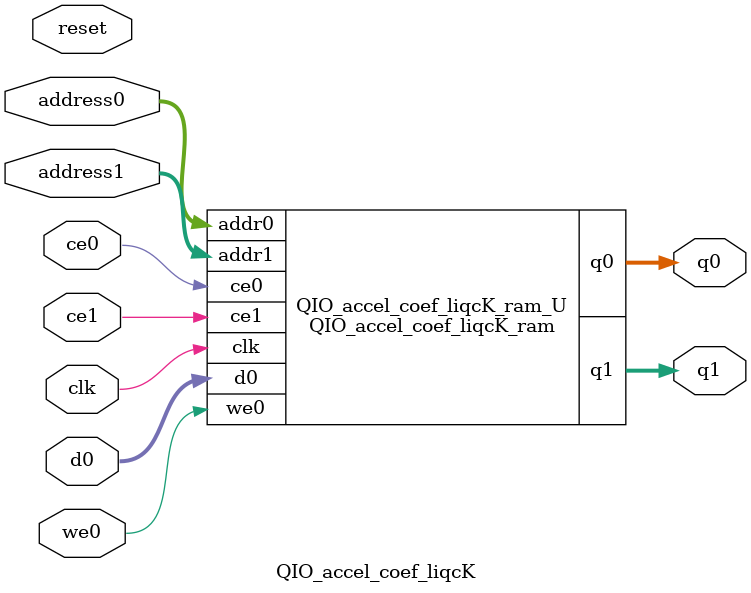
<source format=v>
`timescale 1 ns / 1 ps
module QIO_accel_coef_liqcK_ram (addr0, ce0, d0, we0, q0, addr1, ce1, q1,  clk);

parameter DWIDTH = 32;
parameter AWIDTH = 14;
parameter MEM_SIZE = 16384;

input[AWIDTH-1:0] addr0;
input ce0;
input[DWIDTH-1:0] d0;
input we0;
output reg[DWIDTH-1:0] q0;
input[AWIDTH-1:0] addr1;
input ce1;
output reg[DWIDTH-1:0] q1;
input clk;

(* ram_style = "block" *)reg [DWIDTH-1:0] ram[0:MEM_SIZE-1];




always @(posedge clk)  
begin 
    if (ce0) begin
        if (we0) 
            ram[addr0] <= d0; 
        q0 <= ram[addr0];
    end
end


always @(posedge clk)  
begin 
    if (ce1) begin
        q1 <= ram[addr1];
    end
end


endmodule

`timescale 1 ns / 1 ps
module QIO_accel_coef_liqcK(
    reset,
    clk,
    address0,
    ce0,
    we0,
    d0,
    q0,
    address1,
    ce1,
    q1);

parameter DataWidth = 32'd32;
parameter AddressRange = 32'd16384;
parameter AddressWidth = 32'd14;
input reset;
input clk;
input[AddressWidth - 1:0] address0;
input ce0;
input we0;
input[DataWidth - 1:0] d0;
output[DataWidth - 1:0] q0;
input[AddressWidth - 1:0] address1;
input ce1;
output[DataWidth - 1:0] q1;



QIO_accel_coef_liqcK_ram QIO_accel_coef_liqcK_ram_U(
    .clk( clk ),
    .addr0( address0 ),
    .ce0( ce0 ),
    .we0( we0 ),
    .d0( d0 ),
    .q0( q0 ),
    .addr1( address1 ),
    .ce1( ce1 ),
    .q1( q1 ));

endmodule


</source>
